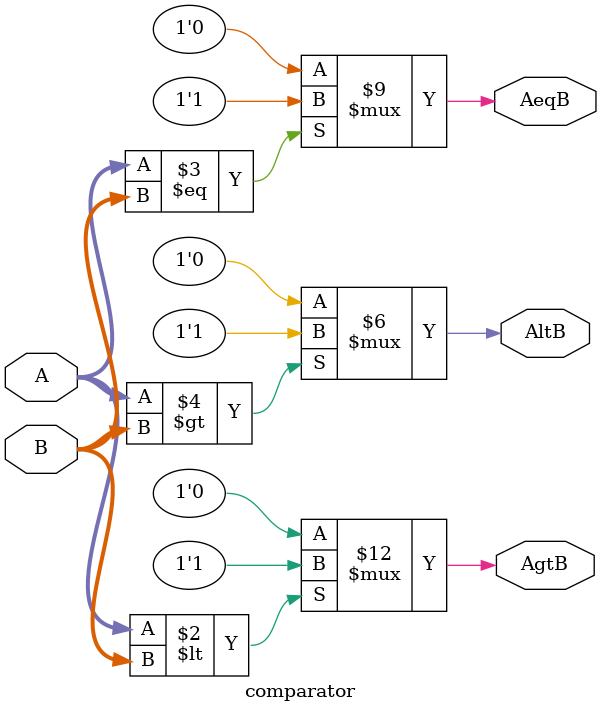
<source format=sv>

module comparator
#(
parameter WIDTH = 8
)
(
input logic [WIDTH-1:0] A, B, // A and B unsigned numbers to compare
output logic AltB, // asserted high if A < B
output logic AeqB, // asserted high if A = B
output logic AgtB // asserted high if A > B
);

always_comb begin

	if(A<B)
	 AgtB=1;
	else
	 AgtB=0;

	if(A==B)
	 AeqB=1;
	else
	 AeqB=0;
	 
	if(A>B)
	 AltB=1;
	else
	 AltB=0;
end

endmodule
</source>
